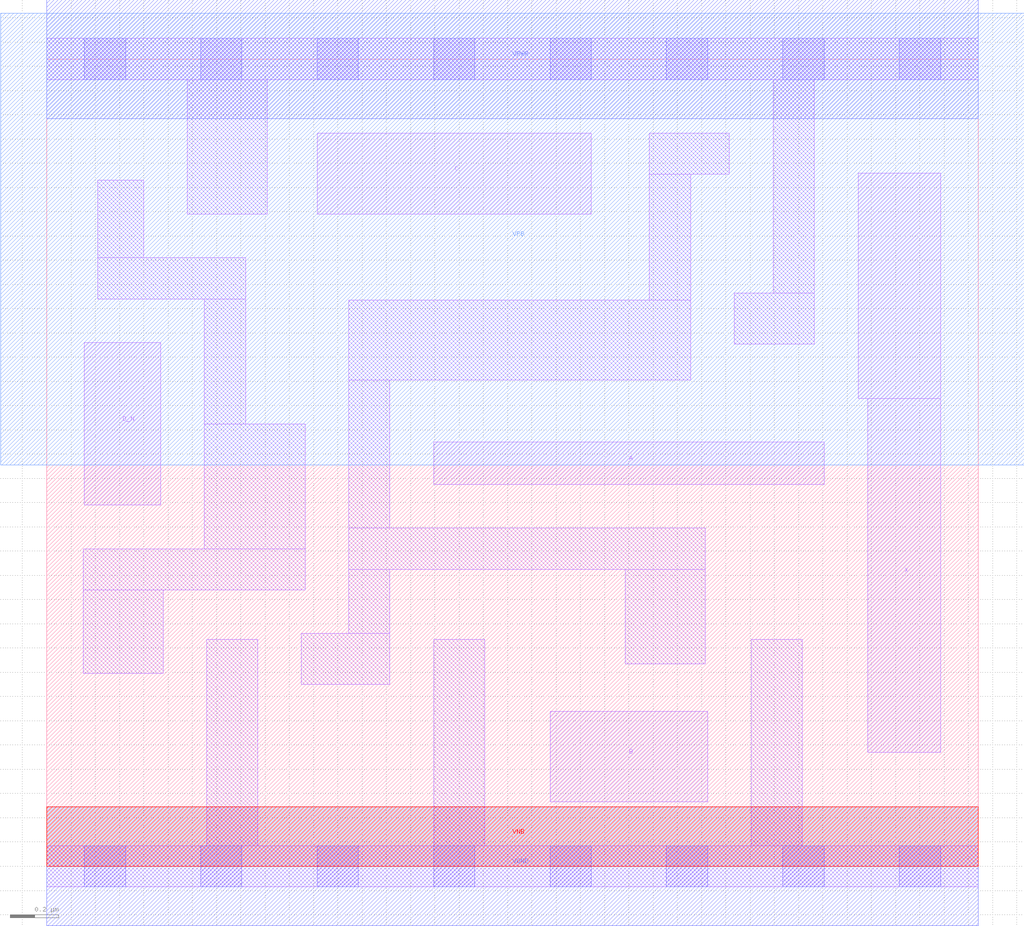
<source format=lef>
# Copyright 2020 The SkyWater PDK Authors
#
# Licensed under the Apache License, Version 2.0 (the "License");
# you may not use this file except in compliance with the License.
# You may obtain a copy of the License at
#
#     https://www.apache.org/licenses/LICENSE-2.0
#
# Unless required by applicable law or agreed to in writing, software
# distributed under the License is distributed on an "AS IS" BASIS,
# WITHOUT WARRANTIES OR CONDITIONS OF ANY KIND, either express or implied.
# See the License for the specific language governing permissions and
# limitations under the License.
#
# SPDX-License-Identifier: Apache-2.0

VERSION 5.7 ;
  NOWIREEXTENSIONATPIN ON ;
  DIVIDERCHAR "/" ;
  BUSBITCHARS "[]" ;
MACRO sky130_fd_sc_lp__or4b_m
  CLASS CORE ;
  FOREIGN sky130_fd_sc_lp__or4b_m ;
  ORIGIN  0.000000  0.000000 ;
  SIZE  3.840000 BY  3.330000 ;
  SYMMETRY X Y R90 ;
  SITE unit ;
  PIN A
    ANTENNAGATEAREA  0.126000 ;
    DIRECTION INPUT ;
    USE SIGNAL ;
    PORT
      LAYER li1 ;
        RECT 1.595000 1.575000 3.205000 1.750000 ;
    END
  END A
  PIN B
    ANTENNAGATEAREA  0.126000 ;
    DIRECTION INPUT ;
    USE SIGNAL ;
    PORT
      LAYER li1 ;
        RECT 2.075000 0.265000 2.725000 0.640000 ;
    END
  END B
  PIN C
    ANTENNAGATEAREA  0.126000 ;
    DIRECTION INPUT ;
    USE SIGNAL ;
    PORT
      LAYER li1 ;
        RECT 1.115000 2.690000 2.245000 3.025000 ;
    END
  END C
  PIN D_N
    ANTENNAGATEAREA  0.126000 ;
    DIRECTION INPUT ;
    USE SIGNAL ;
    PORT
      LAYER li1 ;
        RECT 0.155000 1.490000 0.470000 2.160000 ;
    END
  END D_N
  PIN X
    ANTENNADIFFAREA  0.222600 ;
    DIRECTION OUTPUT ;
    USE SIGNAL ;
    PORT
      LAYER li1 ;
        RECT 3.345000 1.930000 3.685000 2.860000 ;
        RECT 3.385000 0.470000 3.685000 1.930000 ;
    END
  END X
  PIN VGND
    DIRECTION INOUT ;
    USE GROUND ;
    PORT
      LAYER met1 ;
        RECT 0.000000 -0.245000 3.840000 0.245000 ;
    END
  END VGND
  PIN VNB
    DIRECTION INOUT ;
    USE GROUND ;
    PORT
      LAYER pwell ;
        RECT 0.000000 0.000000 3.840000 0.245000 ;
    END
  END VNB
  PIN VPB
    DIRECTION INOUT ;
    USE POWER ;
    PORT
      LAYER nwell ;
        RECT -0.190000 1.655000 4.030000 3.520000 ;
    END
  END VPB
  PIN VPWR
    DIRECTION INOUT ;
    USE POWER ;
    PORT
      LAYER met1 ;
        RECT 0.000000 3.085000 3.840000 3.575000 ;
    END
  END VPWR
  OBS
    LAYER li1 ;
      RECT 0.000000 -0.085000 3.840000 0.085000 ;
      RECT 0.000000  3.245000 3.840000 3.415000 ;
      RECT 0.150000  0.795000 0.480000 1.140000 ;
      RECT 0.150000  1.140000 1.065000 1.310000 ;
      RECT 0.210000  2.340000 0.820000 2.510000 ;
      RECT 0.210000  2.510000 0.400000 2.830000 ;
      RECT 0.580000  2.690000 0.910000 3.245000 ;
      RECT 0.650000  1.310000 1.065000 1.825000 ;
      RECT 0.650000  1.825000 0.820000 2.340000 ;
      RECT 0.660000  0.085000 0.870000 0.935000 ;
      RECT 1.050000  0.750000 1.415000 0.960000 ;
      RECT 1.245000  0.960000 1.415000 1.225000 ;
      RECT 1.245000  1.225000 2.715000 1.395000 ;
      RECT 1.245000  1.395000 1.415000 2.005000 ;
      RECT 1.245000  2.005000 2.655000 2.335000 ;
      RECT 1.595000  0.085000 1.805000 0.935000 ;
      RECT 2.385000  0.835000 2.715000 1.225000 ;
      RECT 2.485000  2.335000 2.655000 2.855000 ;
      RECT 2.485000  2.855000 2.815000 3.025000 ;
      RECT 2.835000  2.155000 3.165000 2.365000 ;
      RECT 2.905000  0.085000 3.115000 0.935000 ;
      RECT 2.995000  2.365000 3.165000 3.245000 ;
    LAYER mcon ;
      RECT 0.155000 -0.085000 0.325000 0.085000 ;
      RECT 0.155000  3.245000 0.325000 3.415000 ;
      RECT 0.635000 -0.085000 0.805000 0.085000 ;
      RECT 0.635000  3.245000 0.805000 3.415000 ;
      RECT 1.115000 -0.085000 1.285000 0.085000 ;
      RECT 1.115000  3.245000 1.285000 3.415000 ;
      RECT 1.595000 -0.085000 1.765000 0.085000 ;
      RECT 1.595000  3.245000 1.765000 3.415000 ;
      RECT 2.075000 -0.085000 2.245000 0.085000 ;
      RECT 2.075000  3.245000 2.245000 3.415000 ;
      RECT 2.555000 -0.085000 2.725000 0.085000 ;
      RECT 2.555000  3.245000 2.725000 3.415000 ;
      RECT 3.035000 -0.085000 3.205000 0.085000 ;
      RECT 3.035000  3.245000 3.205000 3.415000 ;
      RECT 3.515000 -0.085000 3.685000 0.085000 ;
      RECT 3.515000  3.245000 3.685000 3.415000 ;
  END
END sky130_fd_sc_lp__or4b_m
END LIBRARY

</source>
